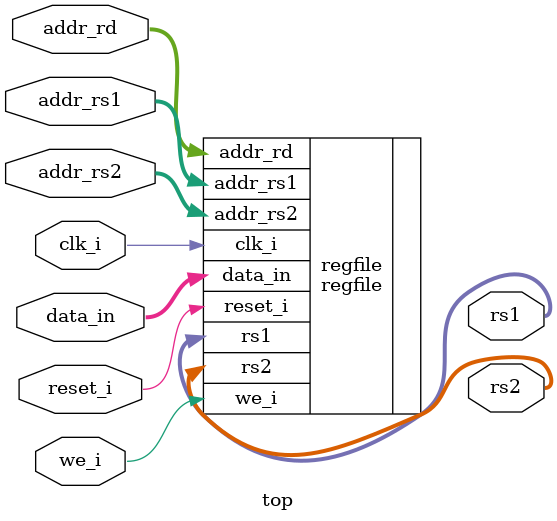
<source format=sv>
`timescale 1ns / 1ps

module top
    #(parameter ANCHO = 32,
                PROFUNDIDAD = 5
    )(
    input  logic                   clk_i,
    input  logic                   reset_i,
    input  logic                   we_i,
    input  logic [ANCHO-1:0]       data_in,
    input  logic [PROFUNDIDAD-1:0] addr_rd,
    input  logic [PROFUNDIDAD-1:0] addr_rs1,
    input  logic [PROFUNDIDAD-1:0] addr_rs2,
    output logic [ANCHO-1:0]       rs1,
    output logic [ANCHO-1:0]       rs2
    );

    regfile #(.ANCHO(ANCHO), .PROFUNDIDAD(PROFUNDIDAD)) regfile(
        .clk_i(clk_i),
        .reset_i(reset_i),
        .we_i(we_i),
        .data_in(data_in),
        .addr_rd(addr_rd),
        .addr_rs1(addr_rs1),
        .addr_rs2(addr_rs2),
        .rs1(rs1),
        .rs2(rs2)
    );

endmodule
</source>
